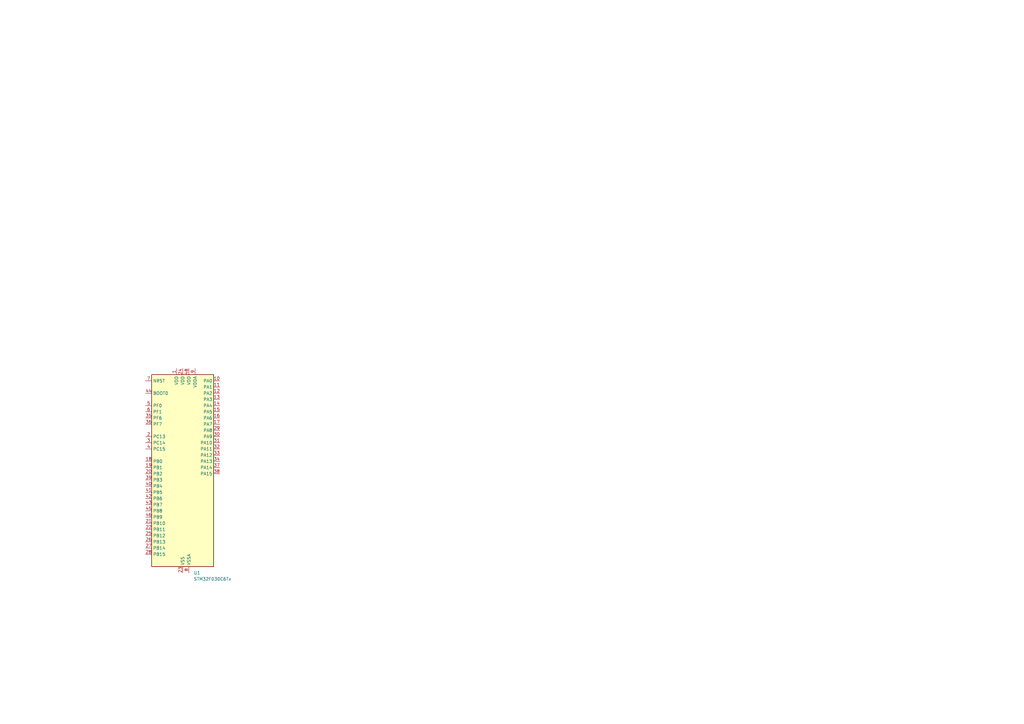
<source format=kicad_sch>
(kicad_sch (version 20230121) (generator eeschema)
  (paper "A3")
  (lib_symbols
    (symbol "MCU_ST_STM32F0:STM32F030C6Tx"
      (property "Reference" "U" (at -12.7 41.91 0))
      (property "Value" "STM32F030C6Tx" (at 7.62 41.91 0))
      (symbol "STM32F030C6Tx_0_1"
        (rectangle (start -12.7 -38.1) (end 12.7 40.64) (stroke (width 0.254)) (fill (type background)))
      )
      (symbol "STM32F030C6Tx_1_1"
        (pin power_in line (at -2.54 43.18 270) (length 2.54) (name "VDD") (number "1"))
        (pin bidirectional line (at 15.24 38.1 180) (length 2.54) (name "PA0") (number "10"))
        (pin bidirectional line (at 15.24 35.56 180) (length 2.54) (name "PA1") (number "11"))
        (pin bidirectional line (at 15.24 33.02 180) (length 2.54) (name "PA2") (number "12"))
        (pin bidirectional line (at 15.24 30.48 180) (length 2.54) (name "PA3") (number "13"))
        (pin bidirectional line (at 15.24 27.94 180) (length 2.54) (name "PA4") (number "14"))
        (pin bidirectional line (at 15.24 25.4 180) (length 2.54) (name "PA5") (number "15"))
        (pin bidirectional line (at 15.24 22.86 180) (length 2.54) (name "PA6") (number "16"))
        (pin bidirectional line (at 15.24 20.32 180) (length 2.54) (name "PA7") (number "17"))
        (pin bidirectional line (at -15.24 5.08 0) (length 2.54) (name "PB0") (number "18"))
        (pin bidirectional line (at -15.24 2.54 0) (length 2.54) (name "PB1") (number "19"))
        (pin bidirectional line (at -15.24 15.24 0) (length 2.54) (name "PC13") (number "2"))
        (pin bidirectional line (at -15.24 0 0) (length 2.54) (name "PB2") (number "20"))
        (pin bidirectional line (at -15.24 -20.32 0) (length 2.54) (name "PB10") (number "21"))
        (pin bidirectional line (at -15.24 -22.86 0) (length 2.54) (name "PB11") (number "22"))
        (pin power_in line (at 0 -40.64 90) (length 2.54) (name "VSS") (number "23"))
        (pin power_in line (at 0 43.18 270) (length 2.54) (name "VDD") (number "24"))
        (pin bidirectional line (at -15.24 -25.4 0) (length 2.54) (name "PB12") (number "25"))
        (pin bidirectional line (at -15.24 -27.94 0) (length 2.54) (name "PB13") (number "26"))
        (pin bidirectional line (at -15.24 -30.48 0) (length 2.54) (name "PB14") (number "27"))
        (pin bidirectional line (at -15.24 -33.02 0) (length 2.54) (name "PB15") (number "28"))
        (pin bidirectional line (at 15.24 17.78 180) (length 2.54) (name "PA8") (number "29"))
        (pin bidirectional line (at -15.24 12.7 0) (length 2.54) (name "PC14") (number "3"))
        (pin bidirectional line (at 15.24 15.24 180) (length 2.54) (name "PA9") (number "30"))
        (pin bidirectional line (at 15.24 12.7 180) (length 2.54) (name "PA10") (number "31"))
        (pin bidirectional line (at 15.24 10.16 180) (length 2.54) (name "PA11") (number "32"))
        (pin bidirectional line (at 15.24 7.62 180) (length 2.54) (name "PA12") (number "33"))
        (pin bidirectional line (at 15.24 5.08 180) (length 2.54) (name "PA13") (number "34"))
        (pin bidirectional line (at -15.24 22.86 0) (length 2.54) (name "PF6") (number "35"))
        (pin bidirectional line (at -15.24 20.32 0) (length 2.54) (name "PF7") (number "36"))
        (pin bidirectional line (at 15.24 2.54 180) (length 2.54) (name "PA14") (number "37"))
        (pin bidirectional line (at 15.24 0 180) (length 2.54) (name "PA15") (number "38"))
        (pin bidirectional line (at -15.24 -2.54 0) (length 2.54) (name "PB3") (number "39"))
        (pin bidirectional line (at -15.24 10.16 0) (length 2.54) (name "PC15") (number "4"))
        (pin bidirectional line (at -15.24 -5.08 0) (length 2.54) (name "PB4") (number "40"))
        (pin bidirectional line (at -15.24 -7.62 0) (length 2.54) (name "PB5") (number "41"))
        (pin bidirectional line (at -15.24 -10.16 0) (length 2.54) (name "PB6") (number "42"))
        (pin bidirectional line (at -15.24 -12.7 0) (length 2.54) (name "PB7") (number "43"))
        (pin input line (at -15.24 33.02 0) (length 2.54) (name "BOOT0") (number "44"))
        (pin bidirectional line (at -15.24 -15.24 0) (length 2.54) (name "PB8") (number "45"))
        (pin bidirectional line (at -15.24 -17.78 0) (length 2.54) (name "PB9") (number "46"))
        (pin passive line (at 0 -40.64 90) (length 2.54) hide (name "VSS") (number "47"))
        (pin power_in line (at 2.54 43.18 270) (length 2.54) (name "VDD") (number "48"))
        (pin bidirectional line (at -15.24 27.94 0) (length 2.54) (name "PF0") (number "5"))
        (pin bidirectional line (at -15.24 25.4 0) (length 2.54) (name "PF1") (number "6"))
        (pin input line (at -15.24 38.1 0) (length 2.54) (name "NRST") (number "7"))
        (pin power_in line (at 2.54 -40.64 90) (length 2.54) (name "VSSA") (number "8"))
        (pin power_in line (at 5.08 43.18 270) (length 2.54) (name "VDDA") (number "9"))
      )
    )
  )
  (symbol (lib_id "MCU_ST_STM32F0:STM32F030C6Tx") (at 74.93 194.31 0) (unit 1)
    (property "Reference" "U1" (at 79.4259 234.95 0) (effects (justify left)))
    (property "Value" "STM32F030C6Tx" (at 79.4259 237.49 0) (effects (justify left)))
    (property "Footprint" "Package_QFP:LQFP-48_7x7mm_P0.5mm" (effects hide))
    (property "Datasheet" "https://www.st.com/resource/en/datasheet/stm32f030c6.pdf" (effects hide))
  )
)
</source>
